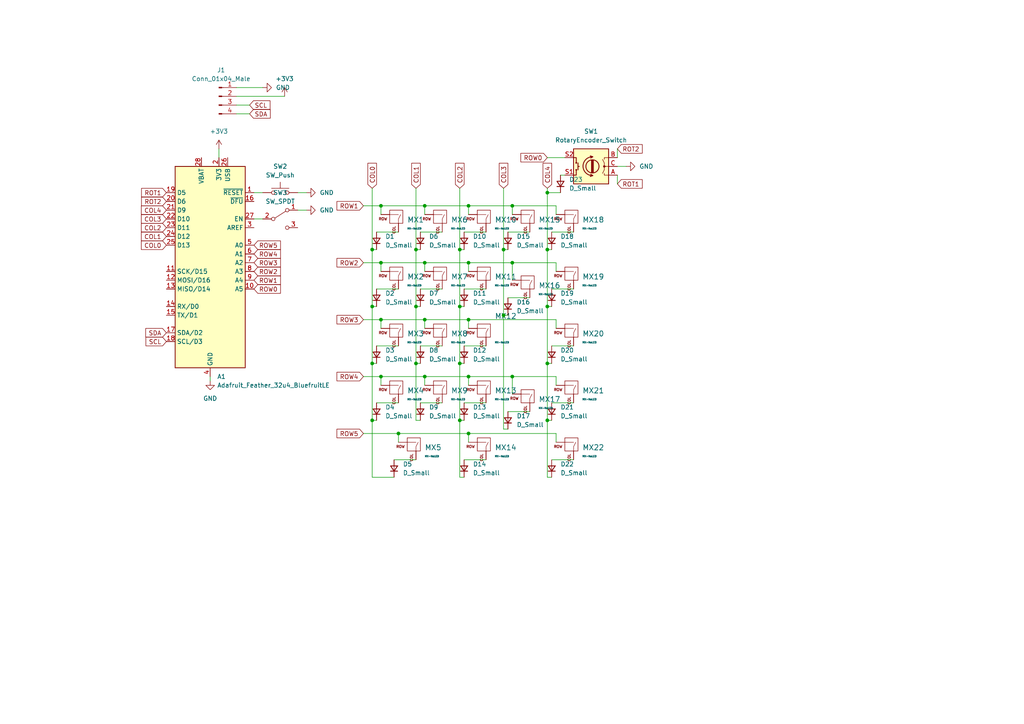
<source format=kicad_sch>
(kicad_sch (version 20211123) (generator eeschema)
  (paper "A4")
  (lib_symbols
    (symbol "Connector:Conn_01x04_Male" (pin_names (offset 1.016) hide)
      (property "Reference" "J" (at 0 5.08 0))
      (property "Value" "Conn_01x04_Male" (at 0 -7.62 0))
      (symbol "Conn_01x04_Male_1_1"
        (polyline (pts (xy 1.27 -5.08) (xy 0.8636 -5.08)) (stroke (width 0.1524)))
        (polyline (pts (xy 1.27 -2.54) (xy 0.8636 -2.54)) (stroke (width 0.1524)))
        (polyline (pts (xy 1.27 0) (xy 0.8636 0)) (stroke (width 0.1524)))
        (polyline (pts (xy 1.27 2.54) (xy 0.8636 2.54)) (stroke (width 0.1524)))
        (rectangle (start 0.8636 -4.953) (end 0 -5.207) (stroke (width 0.1524)) (fill (type outline)))
        (rectangle (start 0.8636 -2.413) (end 0 -2.667) (stroke (width 0.1524)) (fill (type outline)))
        (rectangle (start 0.8636 0.127) (end 0 -0.127) (stroke (width 0.1524)) (fill (type outline)))
        (rectangle (start 0.8636 2.667) (end 0 2.413) (stroke (width 0.1524)) (fill (type outline)))
        (pin passive line (at 5.08 2.54 180) (length 3.81) (name "Pin_1") (number "1"))
        (pin passive line (at 5.08 0 180) (length 3.81) (name "Pin_2") (number "2"))
        (pin passive line (at 5.08 -2.54 180) (length 3.81) (name "Pin_3") (number "3"))
        (pin passive line (at 5.08 -5.08 180) (length 3.81) (name "Pin_4") (number "4"))
      )
    )
    (symbol "Device:D_Small" (pin_numbers hide) (pin_names (offset 0.254) hide)
      (property "Reference" "D" (at -1.27 2.032 0))
      (property "Value" "D_Small" (at -3.81 -2.032 0))
      (symbol "D_Small_0_1"
        (polyline (pts (xy -0.762 -1.016) (xy -0.762 1.016)) (stroke (width 0.254)))
        (polyline (pts (xy -0.762 0) (xy 0.762 0)))
        (polyline (pts (xy 0.762 -1.016) (xy -0.762 0) (xy 0.762 1.016) (xy 0.762 -1.016)) (stroke (width 0.254)))
      )
      (symbol "D_Small_1_1"
        (pin passive line (at -2.54 0 0) (length 1.778) (name "K") (number "1"))
        (pin passive line (at 2.54 0 180) (length 1.778) (name "A") (number "2"))
      )
    )
    (symbol "Device:RotaryEncoder_Switch" (pin_names (offset 0.254) hide)
      (property "Reference" "SW" (at 0 6.604 0))
      (property "Value" "RotaryEncoder_Switch" (at 0 -6.604 0))
      (symbol "RotaryEncoder_Switch_0_1"
        (rectangle (start -5.08 5.08) (end 5.08 -5.08) (stroke (width 0.254)) (fill (type background)))
        (circle (center -3.81 0) (radius 0.254) (fill (type outline)))
        (arc (start -0.381 -2.794) (mid 2.3622 -0.0508) (end -0.381 2.667) (stroke (width 0.254)))
        (circle (center -0.381 0) (radius 1.905) (stroke (width 0.254)))
        (polyline (pts (xy -0.635 -1.778) (xy -0.635 1.778)) (stroke (width 0.254)))
        (polyline (pts (xy -0.381 -1.778) (xy -0.381 1.778)) (stroke (width 0.254)))
        (polyline (pts (xy -0.127 1.778) (xy -0.127 -1.778)) (stroke (width 0.254)))
        (polyline (pts (xy 3.81 0) (xy 3.429 0)) (stroke (width 0.254)))
        (polyline (pts (xy 3.81 1.016) (xy 3.81 -1.016)) (stroke (width 0.254)))
        (polyline (pts (xy -5.08 -2.54) (xy -3.81 -2.54) (xy -3.81 -2.032)))
        (polyline (pts (xy -5.08 2.54) (xy -3.81 2.54) (xy -3.81 2.032)))
        (polyline (pts (xy 0.254 -3.048) (xy -0.508 -2.794) (xy 0.127 -2.413)) (stroke (width 0.254)))
        (polyline (pts (xy 0.254 2.921) (xy -0.508 2.667) (xy 0.127 2.286)) (stroke (width 0.254)))
        (polyline (pts (xy 5.08 -2.54) (xy 4.318 -2.54) (xy 4.318 -1.016)) (stroke (width 0.254)))
        (polyline (pts (xy 5.08 2.54) (xy 4.318 2.54) (xy 4.318 1.016)) (stroke (width 0.254)))
        (polyline (pts (xy -5.08 0) (xy -3.81 0) (xy -3.81 -1.016) (xy -3.302 -2.032)))
        (polyline (pts (xy -4.318 0) (xy -3.81 0) (xy -3.81 1.016) (xy -3.302 2.032)))
        (circle (center 4.318 -1.016) (radius 0.127) (stroke (width 0.254)))
        (circle (center 4.318 1.016) (radius 0.127) (stroke (width 0.254)))
      )
      (symbol "RotaryEncoder_Switch_1_1"
        (pin passive line (at -7.62 2.54 0) (length 2.54) (name "A") (number "A"))
        (pin passive line (at -7.62 -2.54 0) (length 2.54) (name "B") (number "B"))
        (pin passive line (at -7.62 0 0) (length 2.54) (name "C") (number "C"))
        (pin passive line (at 7.62 2.54 180) (length 2.54) (name "S1") (number "S1"))
        (pin passive line (at 7.62 -2.54 180) (length 2.54) (name "S2") (number "S2"))
      )
    )
    (symbol "MCU_Module:Adafruit_Feather_32u4_BluefruitLE"
      (property "Reference" "A" (at -10.16 28.575 0))
      (property "Value" "Adafruit_Feather_32u4_BluefruitLE" (at 2.54 -31.75 0))
      (symbol "Adafruit_Feather_32u4_BluefruitLE_0_1"
        (rectangle (start -10.16 27.94) (end 10.16 -30.48) (stroke (width 0.254)) (fill (type background)))
      )
      (symbol "Adafruit_Feather_32u4_BluefruitLE_1_1"
        (pin input line (at 12.7 20.32 180) (length 2.54) (name "~{RESET}") (number "1"))
        (pin bidirectional line (at 12.7 -7.62 180) (length 2.54) (name "A5") (number "10"))
        (pin bidirectional line (at -12.7 -2.54 0) (length 2.54) (name "SCK/D15") (number "11"))
        (pin bidirectional line (at -12.7 -5.08 0) (length 2.54) (name "MOSI/D16") (number "12"))
        (pin bidirectional line (at -12.7 -7.62 0) (length 2.54) (name "MISO/D14") (number "13"))
        (pin bidirectional line (at -12.7 -12.7 0) (length 2.54) (name "RX/D0") (number "14"))
        (pin bidirectional line (at -12.7 -15.24 0) (length 2.54) (name "TX/D1") (number "15"))
        (pin input line (at 12.7 17.78 180) (length 2.54) (name "~{DFU}") (number "16"))
        (pin bidirectional line (at -12.7 -20.32 0) (length 2.54) (name "SDA/D2") (number "17"))
        (pin bidirectional line (at -12.7 -22.86 0) (length 2.54) (name "SCL/D3") (number "18"))
        (pin bidirectional line (at -12.7 20.32 0) (length 2.54) (name "D5") (number "19"))
        (pin power_in line (at 2.54 30.48 270) (length 2.54) (name "3V3") (number "2"))
        (pin bidirectional line (at -12.7 17.78 0) (length 2.54) (name "D6") (number "20"))
        (pin bidirectional line (at -12.7 15.24 0) (length 2.54) (name "D9") (number "21"))
        (pin bidirectional line (at -12.7 12.7 0) (length 2.54) (name "D10") (number "22"))
        (pin bidirectional line (at -12.7 10.16 0) (length 2.54) (name "D11") (number "23"))
        (pin bidirectional line (at -12.7 7.62 0) (length 2.54) (name "D12") (number "24"))
        (pin bidirectional line (at -12.7 5.08 0) (length 2.54) (name "D13") (number "25"))
        (pin power_in line (at 5.08 30.48 270) (length 2.54) (name "USB") (number "26"))
        (pin input line (at 12.7 12.7 180) (length 2.54) (name "EN") (number "27"))
        (pin power_in line (at -2.54 30.48 270) (length 2.54) (name "VBAT") (number "28"))
        (pin input line (at 12.7 10.16 180) (length 2.54) (name "AREF") (number "3"))
        (pin power_in line (at 0 -33.02 90) (length 2.54) (name "GND") (number "4"))
        (pin bidirectional line (at 12.7 5.08 180) (length 2.54) (name "A0") (number "5"))
        (pin bidirectional line (at 12.7 2.54 180) (length 2.54) (name "A1") (number "6"))
        (pin bidirectional line (at 12.7 0 180) (length 2.54) (name "A2") (number "7"))
        (pin bidirectional line (at 12.7 -2.54 180) (length 2.54) (name "A3") (number "8"))
        (pin bidirectional line (at 12.7 -5.08 180) (length 2.54) (name "A4") (number "9"))
      )
    )
    (symbol "MX_Alps_Hybrid:MX-NoLED" (pin_names (offset 1.016))
      (property "Reference" "MX" (at -0.635 3.81 0))
      (property "Value" "MX-NoLED" (at -0.635 1.27 0))
      (symbol "MX-NoLED_0_0"
        (rectangle (start -2.54 2.54) (end 1.27 -1.27))
        (polyline (pts (xy -1.27 -1.27) (xy -1.27 1.27)) (stroke (width 0.127)))
        (polyline (pts (xy 1.27 1.27) (xy 0 1.27) (xy -1.27 1.905)) (stroke (width 0.127)))
        (text "COL" (at 3.175 0 0) (effects (font (size 0.762 0.762))))
        (text "ROW" (at 0 -1.905 900) (effects (font (size 0.762 0.762)) (justify right)))
      )
      (symbol "MX-NoLED_1_1"
        (pin passive line (at 3.81 1.27 180) (length 2.54) (name "COL") (number "1"))
        (pin passive line (at -1.27 -3.81 90) (length 2.54) (name "ROW") (number "2"))
      )
    )
    (symbol "Switch:SW_Push" (pin_numbers hide) (pin_names (offset 1.016) hide)
      (property "Reference" "SW" (at 1.27 2.54 0))
      (property "Value" "SW_Push" (at 0 -1.524 0))
      (symbol "SW_Push_0_1"
        (circle (center -2.032 0) (radius 0.508))
        (polyline (pts (xy 0 1.27) (xy 0 3.048)))
        (polyline (pts (xy 2.54 1.27) (xy -2.54 1.27)))
        (circle (center 2.032 0) (radius 0.508))
        (pin passive line (at -5.08 0 0) (length 2.54) (name "1") (number "1"))
        (pin passive line (at 5.08 0 180) (length 2.54) (name "2") (number "2"))
      )
    )
    (symbol "Switch:SW_SPDT" (pin_names (offset 0) hide)
      (property "Reference" "SW" (at 0 4.318 0))
      (property "Value" "SW_SPDT" (at 0 -5.08 0))
      (symbol "SW_SPDT_0_0"
        (circle (center -2.032 0) (radius 0.508))
        (circle (center 2.032 -2.54) (radius 0.508))
      )
      (symbol "SW_SPDT_0_1"
        (polyline (pts (xy -1.524 0.254) (xy 1.651 2.286)))
        (circle (center 2.032 2.54) (radius 0.508))
      )
      (symbol "SW_SPDT_1_1"
        (pin passive line (at 5.08 2.54 180) (length 2.54) (name "A") (number "1"))
        (pin passive line (at -5.08 0 0) (length 2.54) (name "B") (number "2"))
        (pin passive line (at 5.08 -2.54 180) (length 2.54) (name "C") (number "3"))
      )
    )
    (symbol "power:+3V3" (power) (pin_names (offset 0))
      (property "Value" "+3V3" (at 0 3.556 0))
      (symbol "+3V3_0_1"
        (polyline (pts (xy -0.762 1.27) (xy 0 2.54)))
        (polyline (pts (xy 0 0) (xy 0 2.54)))
        (polyline (pts (xy 0 2.54) (xy 0.762 1.27)))
      )
      (symbol "+3V3_1_1"
        (pin power_in line (at 0 0 90) (length 0) hide (name "+3V3") (number "1"))
      )
    )
    (symbol "power:GND" (power) (pin_names (offset 0))
      (property "Value" "GND" (at 0 -3.81 0))
      (symbol "GND_0_1"
        (polyline (pts (xy 0 0) (xy 0 -1.27) (xy 1.27 -1.27) (xy 0 -2.54) (xy -1.27 -1.27) (xy 0 -1.27)))
      )
      (symbol "GND_1_1"
        (pin power_in line (at 0 0 270) (length 0) hide (name "GND") (number "1"))
      )
    )
  )
  (junction (at 135.89 125.73))
  (junction (at 133.35 121.92))
  (junction (at 135.89 92.71))
  (junction (at 146.05 91.44))
  (junction (at 158.75 72.39))
  (junction (at 115.57 125.73))
  (junction (at 120.65 88.9))
  (junction (at 148.59 59.69))
  (junction (at 148.59 109.22))
  (junction (at 120.65 72.39))
  (junction (at 120.65 105.41))
  (junction (at 135.89 76.2))
  (junction (at 107.95 121.92))
  (junction (at 133.35 72.39))
  (junction (at 107.95 105.41))
  (junction (at 123.19 92.71))
  (junction (at 133.35 105.41))
  (junction (at 146.05 72.39))
  (junction (at 110.49 59.69))
  (junction (at 110.49 92.71))
  (junction (at 107.95 88.9))
  (junction (at 135.89 109.22))
  (junction (at 158.75 105.41))
  (junction (at 123.19 59.69))
  (junction (at 158.75 55.88))
  (junction (at 148.59 76.2))
  (junction (at 158.75 121.92))
  (junction (at 110.49 109.22))
  (junction (at 110.49 76.2))
  (junction (at 107.95 72.39))
  (junction (at 158.75 88.9))
  (junction (at 133.35 88.9))
  (junction (at 123.19 76.2))
  (junction (at 135.89 59.69))
  (junction (at 123.19 109.22))
  (wire (pts (xy 140.97 133.35) (xy 134.62 133.35)))
  (wire (pts (xy 133.35 121.92) (xy 133.35 138.43)))
  (wire (pts (xy 161.29 92.71) (xy 161.29 95.25)))
  (wire (pts (xy 109.22 72.39) (xy 107.95 72.39)))
  (wire (pts (xy 109.22 83.82) (xy 115.57 83.82)))
  (wire (pts (xy 133.35 121.92) (xy 134.62 121.92)))
  (wire (pts (xy 107.95 88.9) (xy 107.95 105.41)))
  (wire (pts (xy 135.89 125.73) (xy 135.89 128.27)))
  (wire (pts (xy 147.32 72.39) (xy 146.05 72.39)))
  (wire (pts (xy 158.75 105.41) (xy 160.02 105.41)))
  (wire (pts (xy 123.19 92.71) (xy 123.19 95.25)))
  (wire (pts (xy 105.41 109.22) (xy 110.49 109.22)))
  (wire (pts (xy 161.29 76.2) (xy 148.59 76.2)))
  (wire (pts (xy 179.07 50.8) (xy 179.07 53.34)))
  (wire (pts (xy 120.65 133.35) (xy 114.3 133.35)))
  (wire (pts (xy 120.65 88.9) (xy 120.65 72.39)))
  (wire (pts (xy 133.35 72.39) (xy 133.35 88.9)))
  (wire (pts (xy 109.22 116.84) (xy 115.57 116.84)))
  (wire (pts (xy 158.75 55.88) (xy 158.75 72.39)))
  (wire (pts (xy 166.37 67.31) (xy 160.02 67.31)))
  (wire (pts (xy 161.29 125.73) (xy 161.29 128.27)))
  (wire (pts (xy 146.05 124.46) (xy 147.32 124.46)))
  (wire (pts (xy 123.19 59.69) (xy 135.89 59.69)))
  (wire (pts (xy 158.75 121.92) (xy 160.02 121.92)))
  (wire (pts (xy 123.19 109.22) (xy 135.89 109.22)))
  (wire (pts (xy 63.5 43.18) (xy 63.5 45.72)))
  (wire (pts (xy 105.41 76.2) (xy 110.49 76.2)))
  (wire (pts (xy 148.59 76.2) (xy 148.59 81.28)))
  (wire (pts (xy 135.89 59.69) (xy 135.89 62.23)))
  (wire (pts (xy 146.05 91.44) (xy 147.32 91.44)))
  (wire (pts (xy 134.62 72.39) (xy 133.35 72.39)))
  (wire (pts (xy 133.35 88.9) (xy 133.35 105.41)))
  (wire (pts (xy 158.75 138.43) (xy 160.02 138.43)))
  (wire (pts (xy 110.49 95.25) (xy 110.49 92.71)))
  (wire (pts (xy 73.66 63.5) (xy 76.2 63.5)))
  (wire (pts (xy 110.49 59.69) (xy 123.19 59.69)))
  (wire (pts (xy 107.95 54.61) (xy 107.95 72.39)))
  (wire (pts (xy 146.05 72.39) (xy 146.05 91.44)))
  (wire (pts (xy 107.95 72.39) (xy 107.95 88.9)))
  (wire (pts (xy 148.59 59.69) (xy 148.59 62.23)))
  (wire (pts (xy 146.05 91.44) (xy 146.05 124.46)))
  (wire (pts (xy 86.36 55.88) (xy 88.9 55.88)))
  (wire (pts (xy 148.59 59.69) (xy 161.29 59.69)))
  (wire (pts (xy 135.89 76.2) (xy 135.89 78.74)))
  (wire (pts (xy 105.41 92.71) (xy 110.49 92.71)))
  (wire (pts (xy 110.49 76.2) (xy 123.19 76.2)))
  (wire (pts (xy 166.37 83.82) (xy 160.02 83.82)))
  (wire (pts (xy 110.49 109.22) (xy 123.19 109.22)))
  (wire (pts (xy 158.75 54.61) (xy 158.75 55.88)))
  (wire (pts (xy 163.83 50.8) (xy 162.56 50.8)))
  (wire (pts (xy 148.59 109.22) (xy 161.29 109.22)))
  (wire (pts (xy 114.3 138.43) (xy 107.95 138.43)))
  (wire (pts (xy 110.49 78.74) (xy 110.49 76.2)))
  (wire (pts (xy 107.95 88.9) (xy 109.22 88.9)))
  (wire (pts (xy 68.58 33.02) (xy 72.39 33.02)))
  (wire (pts (xy 115.57 67.31) (xy 109.22 67.31)))
  (wire (pts (xy 109.22 100.33) (xy 115.57 100.33)))
  (wire (pts (xy 135.89 109.22) (xy 135.89 111.76)))
  (wire (pts (xy 107.95 105.41) (xy 107.95 121.92)))
  (wire (pts (xy 120.65 105.41) (xy 120.65 88.9)))
  (wire (pts (xy 153.67 86.36) (xy 147.32 86.36)))
  (wire (pts (xy 135.89 92.71) (xy 135.89 95.25)))
  (wire (pts (xy 158.75 45.72) (xy 163.83 45.72)))
  (wire (pts (xy 123.19 59.69) (xy 123.19 62.23)))
  (wire (pts (xy 120.65 88.9) (xy 121.92 88.9)))
  (wire (pts (xy 115.57 125.73) (xy 135.89 125.73)))
  (wire (pts (xy 68.58 25.4) (xy 76.2 25.4)))
  (wire (pts (xy 123.19 92.71) (xy 135.89 92.71)))
  (wire (pts (xy 133.35 88.9) (xy 134.62 88.9)))
  (wire (pts (xy 158.75 72.39) (xy 158.75 88.9)))
  (wire (pts (xy 120.65 54.61) (xy 120.65 72.39)))
  (wire (pts (xy 68.58 27.94) (xy 82.55 27.94)))
  (wire (pts (xy 115.57 128.27) (xy 115.57 125.73)))
  (wire (pts (xy 161.29 109.22) (xy 161.29 111.76)))
  (wire (pts (xy 73.66 55.88) (xy 76.2 55.88)))
  (wire (pts (xy 128.27 83.82) (xy 121.92 83.82)))
  (wire (pts (xy 123.19 76.2) (xy 135.89 76.2)))
  (wire (pts (xy 133.35 105.41) (xy 134.62 105.41)))
  (wire (pts (xy 140.97 100.33) (xy 134.62 100.33)))
  (wire (pts (xy 133.35 138.43) (xy 134.62 138.43)))
  (wire (pts (xy 133.35 105.41) (xy 133.35 121.92)))
  (wire (pts (xy 135.89 125.73) (xy 161.29 125.73)))
  (wire (pts (xy 105.41 125.73) (xy 115.57 125.73)))
  (wire (pts (xy 128.27 100.33) (xy 121.92 100.33)))
  (wire (pts (xy 166.37 116.84) (xy 160.02 116.84)))
  (wire (pts (xy 110.49 62.23) (xy 110.49 59.69)))
  (wire (pts (xy 135.89 76.2) (xy 148.59 76.2)))
  (wire (pts (xy 146.05 54.61) (xy 146.05 72.39)))
  (wire (pts (xy 68.58 30.48) (xy 72.39 30.48)))
  (wire (pts (xy 135.89 59.69) (xy 148.59 59.69)))
  (wire (pts (xy 161.29 59.69) (xy 161.29 62.23)))
  (wire (pts (xy 179.07 45.72) (xy 179.07 43.18)))
  (wire (pts (xy 166.37 100.33) (xy 160.02 100.33)))
  (wire (pts (xy 158.75 88.9) (xy 160.02 88.9)))
  (wire (pts (xy 153.67 67.31) (xy 147.32 67.31)))
  (wire (pts (xy 128.27 67.31) (xy 121.92 67.31)))
  (wire (pts (xy 140.97 83.82) (xy 134.62 83.82)))
  (wire (pts (xy 135.89 109.22) (xy 148.59 109.22)))
  (wire (pts (xy 105.41 59.69) (xy 110.49 59.69)))
  (wire (pts (xy 160.02 72.39) (xy 158.75 72.39)))
  (wire (pts (xy 109.22 121.92) (xy 107.95 121.92)))
  (wire (pts (xy 110.49 111.76) (xy 110.49 109.22)))
  (wire (pts (xy 158.75 105.41) (xy 158.75 121.92)))
  (wire (pts (xy 120.65 72.39) (xy 121.92 72.39)))
  (wire (pts (xy 148.59 109.22) (xy 148.59 114.3)))
  (wire (pts (xy 158.75 88.9) (xy 158.75 105.41)))
  (wire (pts (xy 121.92 121.92) (xy 120.65 121.92)))
  (wire (pts (xy 162.56 55.88) (xy 158.75 55.88)))
  (wire (pts (xy 128.27 116.84) (xy 121.92 116.84)))
  (wire (pts (xy 120.65 121.92) (xy 120.65 105.41)))
  (wire (pts (xy 109.22 105.41) (xy 107.95 105.41)))
  (wire (pts (xy 140.97 116.84) (xy 134.62 116.84)))
  (wire (pts (xy 123.19 109.22) (xy 123.19 111.76)))
  (wire (pts (xy 140.97 67.31) (xy 134.62 67.31)))
  (wire (pts (xy 135.89 92.71) (xy 161.29 92.71)))
  (wire (pts (xy 179.07 48.26) (xy 181.61 48.26)))
  (wire (pts (xy 158.75 121.92) (xy 158.75 138.43)))
  (wire (pts (xy 86.36 60.96) (xy 88.9 60.96)))
  (wire (pts (xy 107.95 138.43) (xy 107.95 121.92)))
  (wire (pts (xy 161.29 78.74) (xy 161.29 76.2)))
  (wire (pts (xy 123.19 76.2) (xy 123.19 78.74)))
  (wire (pts (xy 166.37 133.35) (xy 160.02 133.35)))
  (wire (pts (xy 153.67 119.38) (xy 147.32 119.38)))
  (wire (pts (xy 110.49 92.71) (xy 123.19 92.71)))
  (wire (pts (xy 133.35 54.61) (xy 133.35 72.39)))
  (wire (pts (xy 60.96 109.22) (xy 60.96 110.49)))
  (wire (pts (xy 120.65 105.41) (xy 121.92 105.41)))
  (global_label "ROW1" (shape input) (at 105.41 59.69 180) (property "Intersheet References" "${INTERSHEET_REFS}" (effects hide)))
  (global_label "SDA" (shape input) (at 72.39 33.02 0) (property "Intersheet References" "${INTERSHEET_REFS}" (effects hide)))
  (global_label "ROT1" (shape input) (at 48.26 55.88 180) (property "Intersheet References" "${INTERSHEET_REFS}" (effects hide)))
  (global_label "ROW4" (shape input) (at 73.66 73.66 0) (property "Intersheet References" "${INTERSHEET_REFS}" (effects hide)))
  (global_label "COL2" (shape input) (at 133.35 54.61 90) (property "Intersheet References" "${INTERSHEET_REFS}" (effects hide)))
  (global_label "COL3" (shape input) (at 48.26 63.5 180) (property "Intersheet References" "${INTERSHEET_REFS}" (effects hide)))
  (global_label "ROW0" (shape input) (at 158.75 45.72 180) (property "Intersheet References" "${INTERSHEET_REFS}" (effects hide)))
  (global_label "ROW2" (shape input) (at 105.41 76.2 180) (property "Intersheet References" "${INTERSHEET_REFS}" (effects hide)))
  (global_label "COL1" (shape input) (at 48.26 68.58 180) (property "Intersheet References" "${INTERSHEET_REFS}" (effects hide)))
  (global_label "SCL" (shape input) (at 72.39 30.48 0) (property "Intersheet References" "${INTERSHEET_REFS}" (effects hide)))
  (global_label "COL1" (shape input) (at 120.65 54.61 90) (property "Intersheet References" "${INTERSHEET_REFS}" (effects hide)))
  (global_label "ROT2" (shape input) (at 48.26 58.42 180) (property "Intersheet References" "${INTERSHEET_REFS}" (effects hide)))
  (global_label "ROW4" (shape input) (at 105.41 109.22 180) (property "Intersheet References" "${INTERSHEET_REFS}" (effects hide)))
  (global_label "SDA" (shape input) (at 48.26 96.52 180) (property "Intersheet References" "${INTERSHEET_REFS}" (effects hide)))
  (global_label "ROT1" (shape input) (at 179.07 53.34 0) (property "Intersheet References" "${INTERSHEET_REFS}" (effects hide)))
  (global_label "ROW5" (shape input) (at 105.41 125.73 180) (property "Intersheet References" "${INTERSHEET_REFS}" (effects hide)))
  (global_label "ROW3" (shape input) (at 73.66 76.2 0) (property "Intersheet References" "${INTERSHEET_REFS}" (effects hide)))
  (global_label "COL0" (shape input) (at 107.95 54.61 90) (property "Intersheet References" "${INTERSHEET_REFS}" (effects hide)))
  (global_label "ROW2" (shape input) (at 73.66 78.74 0) (property "Intersheet References" "${INTERSHEET_REFS}" (effects hide)))
  (global_label "COL0" (shape input) (at 48.26 71.12 180) (property "Intersheet References" "${INTERSHEET_REFS}" (effects hide)))
  (global_label "COL4" (shape input) (at 48.26 60.96 180) (property "Intersheet References" "${INTERSHEET_REFS}" (effects hide)))
  (global_label "COL4" (shape input) (at 158.75 54.61 90) (property "Intersheet References" "${INTERSHEET_REFS}" (effects hide)))
  (global_label "ROW0" (shape input) (at 73.66 83.82 0) (property "Intersheet References" "${INTERSHEET_REFS}" (effects hide)))
  (global_label "ROT2" (shape input) (at 179.07 43.18 0) (property "Intersheet References" "${INTERSHEET_REFS}" (effects hide)))
  (global_label "ROW1" (shape input) (at 73.66 81.28 0) (property "Intersheet References" "${INTERSHEET_REFS}" (effects hide)))
  (global_label "SCL" (shape input) (at 48.26 99.06 180) (property "Intersheet References" "${INTERSHEET_REFS}" (effects hide)))
  (global_label "COL3" (shape input) (at 146.05 54.61 90) (property "Intersheet References" "${INTERSHEET_REFS}" (effects hide)))
  (global_label "ROW3" (shape input) (at 105.41 92.71 180) (property "Intersheet References" "${INTERSHEET_REFS}" (effects hide)))
  (global_label "COL2" (shape input) (at 48.26 66.04 180) (property "Intersheet References" "${INTERSHEET_REFS}" (effects hide)))
  (global_label "ROW5" (shape input) (at 73.66 71.12 0) (property "Intersheet References" "${INTERSHEET_REFS}" (effects hide)))
  (symbol (lib_id "MX_Alps_Hybrid:MX-NoLED") (at 165.1 113.03 270) (unit 1)
    (property "Reference" "MX21" (at 168.91 113.2806 90) (effects (font (size 1.524 1.524)) (justify left)))
    (property "Value" "MX-NoLED" (at 168.91 115.8205 90) (effects (font (size 0.508 0.508)) (justify left)))
    (property "Footprint" "MX_Alps_Hybrid:MX-1U-NoLED" (effects hide))
  )
  (symbol (lib_id "Device:D_Small") (at 162.56 53.34 90) (unit 1)
    (property "Reference" "D23" (at 165.1 52.0699 90) (effects (justify right)))
    (property "Value" "D_Small" (at 165.1 54.6099 90) (effects (justify right)))
    (property "Footprint" "Diode_THT:D_DO-35_SOD27_P7.62mm_Horizontal" (effects hide))
  )
  (symbol (lib_id "Device:D_Small") (at 121.92 102.87 90) (unit 1)
    (property "Reference" "D8" (at 124.46 101.5999 90) (effects (justify right)))
    (property "Value" "D_Small" (at 124.46 104.1399 90) (effects (justify right)))
    (property "Footprint" "Diode_THT:D_DO-35_SOD27_P7.62mm_Horizontal" (effects hide))
  )
  (symbol (lib_id "power:GND") (at 181.61 48.26 90) (unit 1)
    (property "Reference" "#PWR0104" (effects hide))
    (property "Value" "GND" (at 185.42 48.2599 90) (effects (justify right)))
  )
  (symbol (lib_id "Device:D_Small") (at 147.32 121.92 90) (unit 1)
    (property "Reference" "D17" (at 149.86 120.6499 90) (effects (justify right)))
    (property "Value" "D_Small" (at 149.86 123.1899 90) (effects (justify right)))
    (property "Footprint" "Diode_THT:D_DO-35_SOD27_P7.62mm_Horizontal" (effects hide))
  )
  (symbol (lib_id "Device:D_Small") (at 147.32 69.85 90) (unit 1)
    (property "Reference" "D15" (at 149.86 68.5799 90) (effects (justify right)))
    (property "Value" "D_Small" (at 149.86 71.1199 90) (effects (justify right)))
    (property "Footprint" "Diode_THT:D_DO-35_SOD27_P7.62mm_Horizontal" (effects hide))
  )
  (symbol (lib_id "Device:RotaryEncoder_Switch") (at 171.45 48.26 180) (unit 1)
    (property "Reference" "SW1" (at 171.45 38.1 0))
    (property "Value" "RotaryEncoder_Switch" (at 171.45 40.64 0))
    (property "Footprint" "Rotary_Encoder:RotaryEncoder_Alps_EC11E-Switch_Vertical_H20mm_CircularMountingHoles" (effects hide))
  )
  (symbol (lib_id "power:GND") (at 88.9 55.88 90) (unit 1)
    (property "Reference" "#PWR0103" (effects hide))
    (property "Value" "GND" (at 92.71 55.8799 90) (effects (justify right)))
  )
  (symbol (lib_id "power:+3V3") (at 82.55 27.94 0) (unit 1)
    (property "Reference" "#PWR0106" (effects hide))
    (property "Value" "+3V3" (at 82.55 22.86 0))
  )
  (symbol (lib_id "MX_Alps_Hybrid:MX-NoLED") (at 139.7 96.52 270) (unit 1)
    (property "Reference" "MX12" (at 143.51 91.6906 90) (effects (font (size 1.524 1.524)) (justify left)))
    (property "Value" "MX-NoLED" (at 143.51 99.3105 90) (effects (font (size 0.508 0.508)) (justify left)))
    (property "Footprint" "MX_Alps_Hybrid:MX-1U-NoLED" (effects hide))
  )
  (symbol (lib_id "Device:D_Small") (at 134.62 135.89 90) (unit 1)
    (property "Reference" "D14" (at 137.16 134.6199 90) (effects (justify right)))
    (property "Value" "D_Small" (at 137.16 137.1599 90) (effects (justify right)))
    (property "Footprint" "Diode_THT:D_DO-35_SOD27_P7.62mm_Horizontal" (effects hide))
  )
  (symbol (lib_id "Device:D_Small") (at 114.3 135.89 90) (unit 1)
    (property "Reference" "D5" (at 116.84 134.6199 90) (effects (justify right)))
    (property "Value" "D_Small" (at 116.84 137.1599 90) (effects (justify right)))
    (property "Footprint" "Diode_THT:D_DO-35_SOD27_P7.62mm_Horizontal" (effects hide))
  )
  (symbol (lib_id "power:GND") (at 88.9 60.96 90) (unit 1)
    (property "Reference" "#PWR0102" (effects hide))
    (property "Value" "GND" (at 92.71 60.9599 90) (effects (justify right)))
  )
  (symbol (lib_id "Device:D_Small") (at 134.62 119.38 90) (unit 1)
    (property "Reference" "D13" (at 137.16 118.1099 90) (effects (justify right)))
    (property "Value" "D_Small" (at 137.16 120.6499 90) (effects (justify right)))
    (property "Footprint" "Diode_THT:D_DO-35_SOD27_P7.62mm_Horizontal" (effects hide))
  )
  (symbol (lib_id "Device:D_Small") (at 160.02 102.87 90) (unit 1)
    (property "Reference" "D20" (at 162.56 101.5999 90) (effects (justify right)))
    (property "Value" "D_Small" (at 162.56 104.1399 90) (effects (justify right)))
    (property "Footprint" "Diode_THT:D_DO-35_SOD27_P7.62mm_Horizontal" (effects hide))
  )
  (symbol (lib_id "MX_Alps_Hybrid:MX-NoLED") (at 127 80.01 270) (unit 1)
    (property "Reference" "MX7" (at 130.81 80.2606 90) (effects (font (size 1.524 1.524)) (justify left)))
    (property "Value" "MX-NoLED" (at 130.81 82.8005 90) (effects (font (size 0.508 0.508)) (justify left)))
    (property "Footprint" "MX_Alps_Hybrid:MX-1U-NoLED" (effects hide))
  )
  (symbol (lib_id "MX_Alps_Hybrid:MX-NoLED") (at 165.1 63.5 270) (unit 1)
    (property "Reference" "MX18" (at 168.91 63.7506 90) (effects (font (size 1.524 1.524)) (justify left)))
    (property "Value" "MX-NoLED" (at 168.91 66.2905 90) (effects (font (size 0.508 0.508)) (justify left)))
    (property "Footprint" "MX_Alps_Hybrid:MX-1U-NoLED" (effects hide))
  )
  (symbol (lib_id "MX_Alps_Hybrid:MX-NoLED") (at 114.3 96.52 270) (unit 1)
    (property "Reference" "MX3" (at 118.11 96.7706 90) (effects (font (size 1.524 1.524)) (justify left)))
    (property "Value" "MX-NoLED" (at 118.11 99.3105 90) (effects (font (size 0.508 0.508)) (justify left)))
    (property "Footprint" "MX_Alps_Hybrid:MX-1U-NoLED" (effects hide))
  )
  (symbol (lib_id "MX_Alps_Hybrid:MX-NoLED") (at 127 113.03 270) (unit 1)
    (property "Reference" "MX9" (at 130.81 113.2806 90) (effects (font (size 1.524 1.524)) (justify left)))
    (property "Value" "MX-NoLED" (at 130.81 115.8205 90) (effects (font (size 0.508 0.508)) (justify left)))
    (property "Footprint" "MX_Alps_Hybrid:MX-1U-NoLED" (effects hide))
  )
  (symbol (lib_id "power:GND") (at 60.96 110.49 0) (unit 1)
    (property "Reference" "#PWR0101" (effects hide))
    (property "Value" "GND" (at 60.96 115.57 0))
  )
  (symbol (lib_id "MX_Alps_Hybrid:MX-NoLED") (at 139.7 129.54 270) (unit 1)
    (property "Reference" "MX14" (at 143.51 129.7906 90) (effects (font (size 1.524 1.524)) (justify left)))
    (property "Value" "MX-NoLED" (at 143.51 132.3305 90) (effects (font (size 0.508 0.508)) (justify left)))
    (property "Footprint" "MX_Alps_Hybrid:MX-1U-NoLED" (effects hide))
  )
  (symbol (lib_id "Device:D_Small") (at 109.22 69.85 90) (unit 1)
    (property "Reference" "D1" (at 111.76 68.5799 90) (effects (justify right)))
    (property "Value" "D_Small" (at 111.76 71.1199 90) (effects (justify right)))
    (property "Footprint" "Diode_THT:D_DO-35_SOD27_P7.62mm_Horizontal" (effects hide))
  )
  (symbol (lib_id "power:GND") (at 76.2 25.4 90) (unit 1)
    (property "Reference" "#PWR0105" (effects hide))
    (property "Value" "GND" (at 80.01 25.3999 90) (effects (justify right)))
  )
  (symbol (lib_id "Device:D_Small") (at 160.02 86.36 90) (unit 1)
    (property "Reference" "D19" (at 162.56 85.0899 90) (effects (justify right)))
    (property "Value" "D_Small" (at 162.56 87.6299 90) (effects (justify right)))
    (property "Footprint" "Diode_THT:D_DO-35_SOD27_P7.62mm_Horizontal" (effects hide))
  )
  (symbol (lib_id "MX_Alps_Hybrid:MX-NoLED") (at 139.7 80.01 270) (unit 1)
    (property "Reference" "MX11" (at 143.51 80.2606 90) (effects (font (size 1.524 1.524)) (justify left)))
    (property "Value" "MX-NoLED" (at 143.51 82.8005 90) (effects (font (size 0.508 0.508)) (justify left)))
    (property "Footprint" "MX_Alps_Hybrid:MX-1U-NoLED" (effects hide))
  )
  (symbol (lib_id "Device:D_Small") (at 160.02 69.85 90) (unit 1)
    (property "Reference" "D18" (at 162.56 68.5799 90) (effects (justify right)))
    (property "Value" "D_Small" (at 162.56 71.1199 90) (effects (justify right)))
    (property "Footprint" "Diode_THT:D_DO-35_SOD27_P7.62mm_Horizontal" (effects hide))
  )
  (symbol (lib_id "Device:D_Small") (at 121.92 69.85 90) (unit 1)
    (property "Reference" "D6" (at 124.46 68.5799 90) (effects (justify right)))
    (property "Value" "D_Small" (at 124.46 71.1199 90) (effects (justify right)))
    (property "Footprint" "Diode_THT:D_DO-35_SOD27_P7.62mm_Horizontal" (effects hide))
  )
  (symbol (lib_id "MX_Alps_Hybrid:MX-NoLED") (at 152.4 63.5 270) (unit 1)
    (property "Reference" "MX15" (at 156.21 63.7506 90) (effects (font (size 1.524 1.524)) (justify left)))
    (property "Value" "MX-NoLED" (at 156.21 66.2905 90) (effects (font (size 0.508 0.508)) (justify left)))
    (property "Footprint" "MX_Alps_Hybrid:MX-1U-NoLED" (effects hide))
  )
  (symbol (lib_id "MX_Alps_Hybrid:MX-NoLED") (at 165.1 129.54 270) (unit 1)
    (property "Reference" "MX22" (at 168.91 129.7906 90) (effects (font (size 1.524 1.524)) (justify left)))
    (property "Value" "MX-NoLED" (at 168.91 132.3305 90) (effects (font (size 0.508 0.508)) (justify left)))
    (property "Footprint" "MX_Alps_Hybrid:MX-1U-NoLED" (effects hide))
  )
  (symbol (lib_id "MX_Alps_Hybrid:MX-NoLED") (at 114.3 113.03 270) (unit 1)
    (property "Reference" "MX4" (at 118.11 113.2806 90) (effects (font (size 1.524 1.524)) (justify left)))
    (property "Value" "MX-NoLED" (at 118.11 115.8205 90) (effects (font (size 0.508 0.508)) (justify left)))
    (property "Footprint" "MX_Alps_Hybrid:MX-1U-NoLED" (effects hide))
  )
  (symbol (lib_id "MX_Alps_Hybrid:MX-NoLED") (at 114.3 80.01 270) (unit 1)
    (property "Reference" "MX2" (at 118.11 80.2606 90) (effects (font (size 1.524 1.524)) (justify left)))
    (property "Value" "MX-NoLED" (at 118.11 82.8005 90) (effects (font (size 0.508 0.508)) (justify left)))
    (property "Footprint" "MX_Alps_Hybrid:MX-1U-NoLED" (effects hide))
  )
  (symbol (lib_id "Device:D_Small") (at 134.62 86.36 90) (unit 1)
    (property "Reference" "D11" (at 137.16 85.0899 90) (effects (justify right)))
    (property "Value" "D_Small" (at 137.16 87.6299 90) (effects (justify right)))
    (property "Footprint" "Diode_THT:D_DO-35_SOD27_P7.62mm_Horizontal" (effects hide))
  )
  (symbol (lib_id "Device:D_Small") (at 160.02 135.89 90) (unit 1)
    (property "Reference" "D22" (at 162.56 134.6199 90) (effects (justify right)))
    (property "Value" "D_Small" (at 162.56 137.1599 90) (effects (justify right)))
    (property "Footprint" "Diode_THT:D_DO-35_SOD27_P7.62mm_Horizontal" (effects hide))
  )
  (symbol (lib_id "MX_Alps_Hybrid:MX-NoLED") (at 165.1 80.01 270) (unit 1)
    (property "Reference" "MX19" (at 168.91 80.2606 90) (effects (font (size 1.524 1.524)) (justify left)))
    (property "Value" "MX-NoLED" (at 168.91 82.8005 90) (effects (font (size 0.508 0.508)) (justify left)))
    (property "Footprint" "MX_Alps_Hybrid:MX-1U-NoLED" (effects hide))
  )
  (symbol (lib_id "MCU_Module:Adafruit_Feather_32u4_BluefruitLE") (at 60.96 76.2 0) (unit 1)
    (property "Reference" "A1" (at 62.9794 109.22 0) (effects (justify left)))
    (property "Value" "Adafruit_Feather_32u4_BluefruitLE" (at 62.9794 111.76 0) (effects (justify left)))
    (property "Footprint" "Module:Adafruit_Feather" (effects hide))
    (property "Datasheet" "https://cdn-learn.adafruit.com/downloads/pdf/adafruit-feather-32u4-bluefruit-le.pdf" (effects hide))
  )
  (symbol (lib_id "MX_Alps_Hybrid:MX-NoLED") (at 127 63.5 270) (unit 1)
    (property "Reference" "MX6" (at 130.81 63.7506 90) (effects (font (size 1.524 1.524)) (justify left)))
    (property "Value" "MX-NoLED" (at 130.81 66.2905 90) (effects (font (size 0.508 0.508)) (justify left)))
    (property "Footprint" "MX_Alps_Hybrid:MX-1U-NoLED" (effects hide))
  )
  (symbol (lib_id "Device:D_Small") (at 147.32 88.9 90) (unit 1)
    (property "Reference" "D16" (at 149.86 87.6299 90) (effects (justify right)))
    (property "Value" "D_Small" (at 149.86 90.1699 90) (effects (justify right)))
    (property "Footprint" "Diode_THT:D_DO-35_SOD27_P7.62mm_Horizontal" (effects hide))
  )
  (symbol (lib_id "MX_Alps_Hybrid:MX-NoLED") (at 152.4 115.57 270) (unit 1)
    (property "Reference" "MX17" (at 156.21 115.8206 90) (effects (font (size 1.524 1.524)) (justify left)))
    (property "Value" "MX-NoLED" (at 156.21 118.3605 90) (effects (font (size 0.508 0.508)) (justify left)))
    (property "Footprint" "MX_Alps_Hybrid:MX-2U-NoLED" (effects hide))
  )
  (symbol (lib_id "MX_Alps_Hybrid:MX-NoLED") (at 127 96.52 270) (unit 1)
    (property "Reference" "MX8" (at 130.81 96.7706 90) (effects (font (size 1.524 1.524)) (justify left)))
    (property "Value" "MX-NoLED" (at 130.81 99.3105 90) (effects (font (size 0.508 0.508)) (justify left)))
    (property "Footprint" "MX_Alps_Hybrid:MX-1U-NoLED" (effects hide))
  )
  (symbol (lib_id "Device:D_Small") (at 109.22 119.38 90) (unit 1)
    (property "Reference" "D4" (at 111.76 118.1099 90) (effects (justify right)))
    (property "Value" "D_Small" (at 111.76 120.6499 90) (effects (justify right)))
    (property "Footprint" "Diode_THT:D_DO-35_SOD27_P7.62mm_Horizontal" (effects hide))
  )
  (symbol (lib_id "Device:D_Small") (at 109.22 102.87 90) (unit 1)
    (property "Reference" "D3" (at 111.76 101.5999 90) (effects (justify right)))
    (property "Value" "D_Small" (at 111.76 104.1399 90) (effects (justify right)))
    (property "Footprint" "Diode_THT:D_DO-35_SOD27_P7.62mm_Horizontal" (effects hide))
  )
  (symbol (lib_id "MX_Alps_Hybrid:MX-NoLED") (at 139.7 63.5 270) (unit 1)
    (property "Reference" "MX10" (at 143.51 63.7506 90) (effects (font (size 1.524 1.524)) (justify left)))
    (property "Value" "MX-NoLED" (at 143.51 66.2905 90) (effects (font (size 0.508 0.508)) (justify left)))
    (property "Footprint" "MX_Alps_Hybrid:MX-1U-NoLED" (effects hide))
  )
  (symbol (lib_id "MX_Alps_Hybrid:MX-NoLED") (at 165.1 96.52 270) (unit 1)
    (property "Reference" "MX20" (at 168.91 96.7706 90) (effects (font (size 1.524 1.524)) (justify left)))
    (property "Value" "MX-NoLED" (at 168.91 99.3105 90) (effects (font (size 0.508 0.508)) (justify left)))
    (property "Footprint" "MX_Alps_Hybrid:MX-1U-NoLED" (effects hide))
  )
  (symbol (lib_id "Device:D_Small") (at 121.92 86.36 90) (unit 1)
    (property "Reference" "D7" (at 124.46 85.0899 90) (effects (justify right)))
    (property "Value" "D_Small" (at 124.46 87.6299 90) (effects (justify right)))
    (property "Footprint" "Diode_THT:D_DO-35_SOD27_P7.62mm_Horizontal" (effects hide))
  )
  (symbol (lib_id "Device:D_Small") (at 109.22 86.36 90) (unit 1)
    (property "Reference" "D2" (at 111.76 85.0899 90) (effects (justify right)))
    (property "Value" "D_Small" (at 111.76 87.6299 90) (effects (justify right)))
    (property "Footprint" "Diode_THT:D_DO-35_SOD27_P7.62mm_Horizontal" (effects hide))
  )
  (symbol (lib_id "MX_Alps_Hybrid:MX-NoLED") (at 114.3 63.5 270) (unit 1)
    (property "Reference" "MX1" (at 118.11 63.7506 90) (effects (font (size 1.524 1.524)) (justify left)))
    (property "Value" "MX-NoLED" (at 118.11 66.2905 90) (effects (font (size 0.508 0.508)) (justify left)))
    (property "Footprint" "MX_Alps_Hybrid:MX-1U-NoLED" (effects hide))
  )
  (symbol (lib_id "Device:D_Small") (at 121.92 119.38 90) (unit 1)
    (property "Reference" "D9" (at 124.46 118.1099 90) (effects (justify right)))
    (property "Value" "D_Small" (at 124.46 120.6499 90) (effects (justify right)))
    (property "Footprint" "Diode_THT:D_DO-35_SOD27_P7.62mm_Horizontal" (effects hide))
  )
  (symbol (lib_id "MX_Alps_Hybrid:MX-NoLED") (at 152.4 82.55 270) (unit 1)
    (property "Reference" "MX16" (at 156.21 82.8006 90) (effects (font (size 1.524 1.524)) (justify left)))
    (property "Value" "MX-NoLED" (at 156.21 85.3405 90) (effects (font (size 0.508 0.508)) (justify left)))
    (property "Footprint" "MX_Alps_Hybrid:MX-2U-NoLED" (effects hide))
  )
  (symbol (lib_id "MX_Alps_Hybrid:MX-NoLED") (at 139.7 113.03 270) (unit 1)
    (property "Reference" "MX13" (at 143.51 113.2806 90) (effects (font (size 1.524 1.524)) (justify left)))
    (property "Value" "MX-NoLED" (at 143.51 115.8205 90) (effects (font (size 0.508 0.508)) (justify left)))
    (property "Footprint" "MX_Alps_Hybrid:MX-1U-NoLED" (effects hide))
  )
  (symbol (lib_id "Connector:Conn_01x04_Male") (at 63.5 27.94 0) (unit 1)
    (property "Reference" "J1" (at 64.135 20.32 0))
    (property "Value" "Conn_01x04_Male" (at 64.135 22.86 0))
    (property "Footprint" "KiCad-SSD1306-0.91-OLED-4pin-128x32:SSD1306-0.91-OLED-4pin-128x32" (effects hide))
  )
  (symbol (lib_id "power:+3V3") (at 63.5 43.18 0) (unit 1)
    (property "Reference" "#PWR0107" (effects hide))
    (property "Value" "+3V3" (at 63.5 38.1 0))
  )
  (symbol (lib_id "Device:D_Small") (at 134.62 102.87 90) (unit 1)
    (property "Reference" "D12" (at 137.16 101.5999 90) (effects (justify right)))
    (property "Value" "D_Small" (at 137.16 104.1399 90) (effects (justify right)))
    (property "Footprint" "Diode_THT:D_DO-35_SOD27_P7.62mm_Horizontal" (effects hide))
  )
  (symbol (lib_id "Switch:SW_Push") (at 81.28 55.88 0) (unit 1)
    (property "Reference" "SW2" (at 81.28 48.26 0))
    (property "Value" "SW_Push" (at 81.28 50.8 0))
    (property "Footprint" "random-keyboard-parts:SKQG-1155865" (effects hide))
  )
  (symbol (lib_id "Device:D_Small") (at 134.62 69.85 90) (unit 1)
    (property "Reference" "D10" (at 137.16 68.5799 90) (effects (justify right)))
    (property "Value" "D_Small" (at 137.16 71.1199 90) (effects (justify right)))
    (property "Footprint" "Diode_THT:D_DO-35_SOD27_P7.62mm_Horizontal" (effects hide))
  )
  (symbol (lib_id "Device:D_Small") (at 160.02 119.38 90) (unit 1)
    (property "Reference" "D21" (at 162.56 118.1099 90) (effects (justify right)))
    (property "Value" "D_Small" (at 162.56 120.6499 90) (effects (justify right)))
    (property "Footprint" "Diode_THT:D_DO-35_SOD27_P7.62mm_Horizontal" (effects hide))
  )
  (symbol (lib_id "MX_Alps_Hybrid:MX-NoLED") (at 119.38 129.54 270) (unit 1)
    (property "Reference" "MX5" (at 123.19 129.7906 90) (effects (font (size 1.524 1.524)) (justify left)))
    (property "Value" "MX-NoLED" (at 123.19 132.3305 90) (effects (font (size 0.508 0.508)) (justify left)))
    (property "Footprint" "MX_Alps_Hybrid:MX-2U-NoLED" (effects hide))
  )
  (symbol (lib_id "Switch:SW_SPDT") (at 81.28 63.5 0) (unit 1)
    (property "Reference" "SW3" (at 81.28 55.88 0))
    (property "Value" "SW_SPDT" (at 81.28 58.42 0))
    (property "Footprint" "Button_Switch_THT:SW_Slide_1P2T_CK_OS102011MS2Q" (effects hide))
  )
)
</source>
